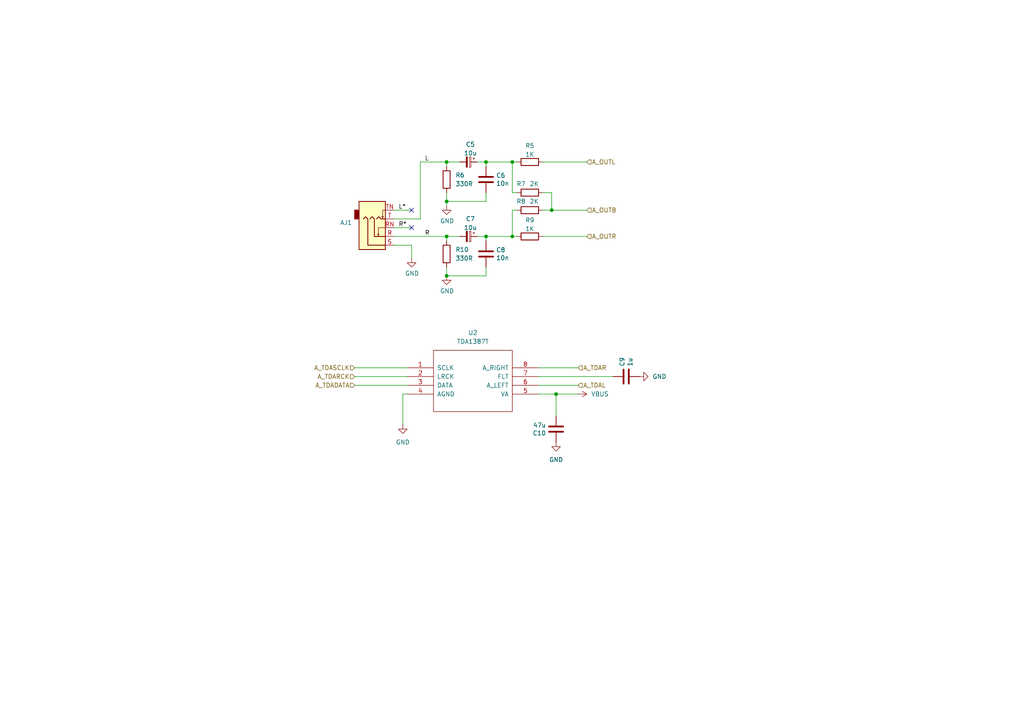
<source format=kicad_sch>
(kicad_sch (version 20231120) (generator "eeschema") (generator_version "8.0")
  (paper "A4")
  (title_block (title "FRANK M2U") (date "2025-02-06") (rev "1.00") (company "Mikhail Matveev") (comment 1 "https://github.com/xtremespb/frank"))
  (lib_symbols
    (symbol "Device:C" (pin_numbers hide) (pin_names (offset 0.254))
      (property "Reference" "C" (at 0.635 2.54 0))
      (property "Value" "C" (at 0.635 -2.54 0))
      (symbol "C_0_1"
        (polyline (pts (xy -2.032 -0.762) (xy 2.032 -0.762)) (stroke (width 0.508)))
        (polyline (pts (xy -2.032 0.762) (xy 2.032 0.762)) (stroke (width 0.508)))
      )
      (symbol "C_1_1"
        (pin passive line (at 0 3.81 270) (length 2.794) (name "~") (number "1"))
        (pin passive line (at 0 -3.81 90) (length 2.794) (name "~") (number "2"))
      )
    )
    (symbol "Device:C_Polarized_Small" (pin_numbers hide) (pin_names (offset 0.254) hide)
      (property "Reference" "C" (at 0.254 1.778 0))
      (property "Value" "C_Polarized_Small" (at 0.254 -2.032 0))
      (symbol "C_Polarized_Small_0_1"
        (rectangle (start -1.524 -0.3048) (end 1.524 -0.6858) (fill (type outline)))
        (rectangle (start -1.524 0.6858) (end 1.524 0.3048))
        (polyline (pts (xy -1.27 1.524) (xy -0.762 1.524)))
        (polyline (pts (xy -1.016 1.27) (xy -1.016 1.778)))
      )
      (symbol "C_Polarized_Small_1_1"
        (pin passive line (at 0 2.54 270) (length 1.8542) (name "~") (number "1"))
        (pin passive line (at 0 -2.54 90) (length 1.8542) (name "~") (number "2"))
      )
    )
    (symbol "Device:R" (pin_numbers hide) (pin_names (offset 0))
      (property "Reference" "R" (at 2.032 0 90))
      (property "Value" "R" (at 0 0 90))
      (symbol "R_0_1"
        (rectangle (start -1.016 -2.54) (end 1.016 2.54) (stroke (width 0.254)))
      )
      (symbol "R_1_1"
        (pin passive line (at 0 3.81 270) (length 1.27) (name "~") (number "1"))
        (pin passive line (at 0 -3.81 90) (length 1.27) (name "~") (number "2"))
      )
    )
    (symbol "FRANK:AudioJack_3.5mm"
      (property "Reference" "AJ2" (at -7.1119 -4.0097 0))
      (symbol "AudioJack_3.5mm_0_1"
        (rectangle (start -5.08 -5.08) (end -6.35 -7.62) (stroke (width 0.254)) (fill (type outline)))
        (polyline (pts (xy 0.508 -0.254) (xy 0.762 -0.762)))
        (polyline (pts (xy 1.778 -5.334) (xy 2.032 -5.842)))
        (polyline (pts (xy 0 -5.08) (xy 0.635 -5.715) (xy 1.27 -5.08) (xy 2.54 -5.08)) (stroke (width 0.254)))
        (polyline (pts (xy 2.54 -7.62) (xy 1.778 -7.62) (xy 1.778 -5.334) (xy 1.524 -5.842)))
        (polyline (pts (xy 2.54 -2.54) (xy 0.508 -2.54) (xy 0.508 -0.254) (xy 0.254 -0.762)))
        (polyline (pts (xy -1.905 -5.08) (xy -1.27 -5.715) (xy -0.635 -5.08) (xy -0.635 0) (xy 2.54 0)) (stroke (width 0.254)))
        (polyline (pts (xy 2.54 2.54) (xy -2.54 2.54) (xy -2.54 -5.08) (xy -3.175 -5.715) (xy -3.81 -5.08)) (stroke (width 0.254)))
        (rectangle (start 2.54 3.81) (end -5.08 -10.16) (stroke (width 0.254)) (fill (type background)))
      )
      (symbol "AudioJack_3.5mm_1_1"
        (pin passive line (at 5.08 0 180) (length 2.54) (name "~") (number "R"))
        (pin passive line (at 5.08 -2.54 180) (length 2.54) (name "~") (number "RN"))
        (pin passive line (at 5.08 2.54 180) (length 2.54) (name "~") (number "S"))
        (pin passive line (at 5.08 -5.08 180) (length 2.54) (name "~") (number "T"))
        (pin passive line (at 5.08 -7.62 180) (length 2.54) (name "~") (number "TN"))
      )
    )
    (symbol "FRANK:TDA1387T" (pin_names (offset 1.016))
      (property "Reference" "U4" (at 0 12.9075 0))
      (property "Value" "TDA1387T" (at 0 10.4832 0))
      (symbol "TDA1387T_1_0"
        (rectangle (start -11.43 -8.89) (end 11.43 8.89))
      )
      (symbol "TDA1387T_1_1"
        (pin input line (at -19.05 3.81 0) (length 7.62) (name "SCLK") (number "1"))
        (pin input line (at -19.05 1.27 0) (length 7.62) (name "LRCK") (number "2"))
        (pin input line (at -19.05 -1.27 0) (length 7.62) (name "DATA") (number "3"))
        (pin input line (at -19.05 -3.81 0) (length 7.62) (name "AGND") (number "4"))
        (pin input line (at 19.05 -3.81 180) (length 7.62) (name "VA") (number "5"))
        (pin input line (at 19.05 -1.27 180) (length 7.62) (name "A_LEFT") (number "6"))
        (pin input line (at 19.05 1.27 180) (length 7.62) (name "FLT") (number "7"))
        (pin input line (at 19.05 3.81 180) (length 7.62) (name "A_RIGHT") (number "8"))
      )
    )
    (symbol "GND_1" (power) (pin_numbers hide) (pin_names (offset 0) hide)
      (property "Value" "GND" (at 0 -3.81 0))
      (symbol "GND_1_0_1"
        (polyline (pts (xy 0 0) (xy 0 -1.27) (xy 1.27 -1.27) (xy 0 -2.54) (xy -1.27 -1.27) (xy 0 -1.27)))
      )
      (symbol "GND_1_1_1"
        (pin power_in line (at 0 0 270) (length 0) (name "~") (number "1"))
      )
    )
    (symbol "GND_2" (power) (pin_numbers hide) (pin_names (offset 0) hide)
      (property "Value" "GND" (at 0 -3.81 0))
      (symbol "GND_2_0_1"
        (polyline (pts (xy 0 0) (xy 0 -1.27) (xy 1.27 -1.27) (xy 0 -2.54) (xy -1.27 -1.27) (xy 0 -1.27)))
      )
      (symbol "GND_2_1_1"
        (pin power_in line (at 0 0 270) (length 0) (name "~") (number "1"))
      )
    )
    (symbol "GND_3" (power) (pin_numbers hide) (pin_names (offset 0) hide)
      (property "Value" "GND" (at 0 -3.81 0))
      (symbol "GND_3_0_1"
        (polyline (pts (xy 0 0) (xy 0 -1.27) (xy 1.27 -1.27) (xy 0 -2.54) (xy -1.27 -1.27) (xy 0 -1.27)))
      )
      (symbol "GND_3_1_1"
        (pin power_in line (at 0 0 270) (length 0) (name "~") (number "1"))
      )
    )
    (symbol "GND_6" (power) (pin_numbers hide) (pin_names (offset 0) hide)
      (property "Value" "GND" (at 0 -3.81 0))
      (symbol "GND_6_0_1"
        (polyline (pts (xy 0 0) (xy 0 -1.27) (xy 1.27 -1.27) (xy 0 -2.54) (xy -1.27 -1.27) (xy 0 -1.27)))
      )
      (symbol "GND_6_1_1"
        (pin power_in line (at 0 0 270) (length 0) (name "~") (number "1"))
      )
    )
    (symbol "power:GND" (power) (pin_numbers hide) (pin_names (offset 0) hide)
      (property "Value" "GND" (at 0 -3.81 0))
      (symbol "GND_0_1"
        (polyline (pts (xy 0 0) (xy 0 -1.27) (xy 1.27 -1.27) (xy 0 -2.54) (xy -1.27 -1.27) (xy 0 -1.27)))
      )
      (symbol "GND_1_1"
        (pin power_in line (at 0 0 270) (length 0) (name "~") (number "1"))
      )
    )
    (symbol "power:VBUS" (power) (pin_numbers hide) (pin_names (offset 0) hide)
      (property "Value" "VBUS" (at 0 3.556 0))
      (symbol "VBUS_0_1"
        (polyline (pts (xy -0.762 1.27) (xy 0 2.54)))
        (polyline (pts (xy 0 0) (xy 0 2.54)))
        (polyline (pts (xy 0 2.54) (xy 0.762 1.27)))
      )
      (symbol "VBUS_1_1"
        (pin power_in line (at 0 0 90) (length 0) (name "~") (number "1"))
      )
    )
  )
  (junction (at 129.54 46.99))
  (junction (at 148.59 68.58))
  (junction (at 129.54 58.42))
  (junction (at 160.02 60.96))
  (junction (at 129.54 80.01))
  (junction (at 140.97 68.58))
  (junction (at 129.54 68.58))
  (junction (at 161.29 114.3))
  (junction (at 148.59 46.99))
  (junction (at 140.97 46.99))
  (no_connect (at 119.38 60.96))
  (no_connect (at 119.38 66.04))
  (wire (pts (xy 140.97 68.58) (xy 148.59 68.58)))
  (wire (pts (xy 140.97 68.58) (xy 138.43 68.58)))
  (wire (pts (xy 140.97 46.99) (xy 148.59 46.99)))
  (wire (pts (xy 121.92 46.99) (xy 129.54 46.99)))
  (wire (pts (xy 102.87 106.68) (xy 118.11 106.68)))
  (wire (pts (xy 149.86 60.96) (xy 148.59 60.96)))
  (wire (pts (xy 140.97 80.01) (xy 129.54 80.01)))
  (wire (pts (xy 114.3 71.12) (xy 119.38 71.12)))
  (wire (pts (xy 129.54 55.88) (xy 129.54 58.42)))
  (wire (pts (xy 148.59 68.58) (xy 149.86 68.58)))
  (wire (pts (xy 140.97 58.42) (xy 129.54 58.42)))
  (wire (pts (xy 140.97 46.99) (xy 138.43 46.99)))
  (wire (pts (xy 114.3 63.5) (xy 121.92 63.5)))
  (wire (pts (xy 156.21 111.76) (xy 167.64 111.76)))
  (wire (pts (xy 114.3 68.58) (xy 129.54 68.58)))
  (wire (pts (xy 102.87 111.76) (xy 118.11 111.76)))
  (wire (pts (xy 148.59 46.99) (xy 149.86 46.99)))
  (wire (pts (xy 133.35 68.58) (xy 129.54 68.58)))
  (wire (pts (xy 160.02 60.96) (xy 157.48 60.96)))
  (wire (pts (xy 140.97 48.26) (xy 140.97 46.99)))
  (wire (pts (xy 140.97 55.88) (xy 140.97 58.42)))
  (wire (pts (xy 161.29 114.3) (xy 167.64 114.3)))
  (wire (pts (xy 149.86 55.88) (xy 148.59 55.88)))
  (wire (pts (xy 156.21 114.3) (xy 161.29 114.3)))
  (wire (pts (xy 129.54 46.99) (xy 129.54 48.26)))
  (wire (pts (xy 129.54 58.42) (xy 129.54 59.69)))
  (wire (pts (xy 156.21 106.68) (xy 167.64 106.68)))
  (wire (pts (xy 157.48 46.99) (xy 170.18 46.99)))
  (wire (pts (xy 129.54 68.58) (xy 129.54 69.85)))
  (wire (pts (xy 157.48 55.88) (xy 160.02 55.88)))
  (wire (pts (xy 161.29 114.3) (xy 161.29 120.65)))
  (wire (pts (xy 157.48 68.58) (xy 170.18 68.58)))
  (wire (pts (xy 156.21 109.22) (xy 177.8 109.22)))
  (wire (pts (xy 121.92 46.99) (xy 121.92 63.5)))
  (wire (pts (xy 129.54 77.47) (xy 129.54 80.01)))
  (wire (pts (xy 160.02 60.96) (xy 170.18 60.96)))
  (wire (pts (xy 160.02 55.88) (xy 160.02 60.96)))
  (wire (pts (xy 140.97 77.47) (xy 140.97 80.01)))
  (wire (pts (xy 119.38 71.12) (xy 119.38 74.93)))
  (wire (pts (xy 133.35 46.99) (xy 129.54 46.99)))
  (wire (pts (xy 114.3 66.04) (xy 119.38 66.04)))
  (wire (pts (xy 140.97 69.85) (xy 140.97 68.58)))
  (wire (pts (xy 118.11 114.3) (xy 116.84 114.3)))
  (wire (pts (xy 114.3 60.96) (xy 119.38 60.96)))
  (wire (pts (xy 102.87 109.22) (xy 118.11 109.22)))
  (wire (pts (xy 148.59 60.96) (xy 148.59 68.58)))
  (wire (pts (xy 116.84 114.3) (xy 116.84 123.19)))
  (wire (pts (xy 148.59 46.99) (xy 148.59 55.88)))
  (label "L" (at 123.19 46.99 0))
  (label "R" (at 123.19 68.58 0))
  (label "L*" (at 115.57 60.96 0))
  (label "R*" (at 115.57 66.04 0))
  (hierarchical_label "A_OUTL" (shape input) (at 170.18 46.99 0))
  (hierarchical_label "A_OUTB" (shape input) (at 170.18 60.96 0))
  (hierarchical_label "A_TDAL" (shape input) (at 167.64 111.76 0))
  (hierarchical_label "A_TDASCLK" (shape input) (at 102.87 106.68 180))
  (hierarchical_label "A_TDAR" (shape input) (at 167.64 106.68 0))
  (hierarchical_label "A_TDARCK" (shape input) (at 102.87 109.22 180))
  (hierarchical_label "A_OUTR" (shape input) (at 170.18 68.58 0))
  (hierarchical_label "A_TDADATA" (shape input) (at 102.87 111.76 180))
  (symbol (lib_id "power:GND") (at 116.84 123.19 0) (unit 1)
    (property "Reference" "#PWR028" (effects (hide yes)))
    (property "Value" "GND" (at 116.84 128.27 0))
    (property "Description" "Power symbol creates a global label with name \"GND\" , ground" (effects (hide yes)))
  )
  (symbol (lib_id "Device:R") (at 153.67 55.88 90) (unit 1)
    (property "Reference" "R7" (at 151.13 53.34 90))
    (property "Value" "2K" (at 154.94 53.34 90))
    (property "Footprint" "FRANK:Resistor (0805)" (effects (hide yes)))
    (property "Datasheet" "https://www.vishay.com/docs/28952/mcs0402at-mct0603at-mcu0805at-mca1206at.pdf" (effects (hide yes)))
    (property "AliExpress" "https://www.aliexpress.com/item/1005005945735199.html" (effects (hide yes)))
  )
  (symbol (lib_id "Device:C") (at 181.61 109.22 90) (unit 1)
    (property "Reference" "C9" (at 180.4416 106.299 0) (effects (justify left)))
    (property "Value" "1u" (at 182.753 106.299 0) (effects (justify left)))
    (property "Footprint" "FRANK:Capacitor (0805)" (effects (hide yes)))
    (property "Datasheet" "https://eu.mouser.com/datasheet/2/40/KGM_X7R-3223212.pdf" (effects (hide yes)))
    (property "AliExpress" "https://www.aliexpress.com/item/33008008276.html" (effects (hide yes)))
  )
  (symbol (lib_id "Device:C_Polarized_Small") (at 135.89 68.58 270) (unit 1)
    (property "Reference" "C7" (at 136.4361 63.4832 90))
    (property "Value" "10u" (at 136.4361 66.0201 90))
    (property "Footprint" "FRANK:Capacitor (3528, tantalum, polar)" (effects (hide yes)))
    (property "Datasheet" "https://eu.mouser.com/datasheet/2/447/KEM_T2005_T491-3316937.pdf" (effects (hide yes)))
    (property "AliExpress" "https://www.aliexpress.com/item/1005006870280809.html" (effects (hide yes)))
  )
  (symbol (lib_id "Device:R") (at 153.67 68.58 90) (unit 1)
    (property "Reference" "R9" (at 153.67 63.8642 90))
    (property "Value" "1K" (at 153.67 66.4011 90))
    (property "Footprint" "FRANK:Resistor (0805)" (effects (hide yes)))
    (property "Datasheet" "https://www.vishay.com/docs/28952/mcs0402at-mct0603at-mcu0805at-mca1206at.pdf" (effects (hide yes)))
    (property "AliExpress" "https://www.aliexpress.com/item/1005005945735199.html" (effects (hide yes)))
  )
  (symbol (lib_id "Device:R") (at 129.54 73.66 0) (unit 1)
    (property "Reference" "R10" (at 132.08 72.3899 0) (effects (justify left)))
    (property "Value" "330R" (at 132.08 74.9299 0) (effects (justify left)))
    (property "Footprint" "FRANK:Resistor (0805)" (effects (hide yes)))
    (property "Datasheet" "https://www.vishay.com/docs/28952/mcs0402at-mct0603at-mcu0805at-mca1206at.pdf" (effects (hide yes)))
    (property "AliExpress" "https://www.aliexpress.com/item/1005005945735199.html" (effects (hide yes)))
  )
  (symbol (lib_id "Device:R") (at 153.67 60.96 90) (unit 1)
    (property "Reference" "R8" (at 151.13 58.42 90))
    (property "Value" "2K" (at 154.94 58.42 90))
    (property "Footprint" "FRANK:Resistor (0805)" (effects (hide yes)))
    (property "Datasheet" "https://www.vishay.com/docs/28952/mcs0402at-mct0603at-mcu0805at-mca1206at.pdf" (effects (hide yes)))
    (property "AliExpress" "https://www.aliexpress.com/item/1005005945735199.html" (effects (hide yes)))
  )
  (symbol (lib_name "GND_3") (lib_id "power:GND") (at 129.54 59.69 0) (unit 1)
    (property "Reference" "#PWR023" (effects (hide yes)))
    (property "Value" "GND" (at 129.667 64.0842 0))
    (property "Description" "Power symbol creates a global label with name \"GND\" , ground" (effects (hide yes)))
  )
  (symbol (lib_id "Device:R") (at 153.67 46.99 90) (unit 1)
    (property "Reference" "R5" (at 153.67 42.2742 90))
    (property "Value" "1K" (at 153.67 44.8111 90))
    (property "Footprint" "FRANK:Resistor (0805)" (effects (hide yes)))
    (property "Datasheet" "https://www.vishay.com/docs/28952/mcs0402at-mct0603at-mcu0805at-mca1206at.pdf" (effects (hide yes)))
    (property "AliExpress" "https://www.aliexpress.com/item/1005005945735199.html" (effects (hide yes)))
  )
  (symbol (lib_id "FRANK:TDA1387T") (at 137.16 110.49 0) (unit 1)
    (property "Reference" "U2" (at 137.16 96.52 0))
    (property "Value" "TDA1387T" (at 137.16 99.06 0))
    (property "Footprint" "FRANK:SO-8" (effects (hide yes)))
    (property "Datasheet" "https://github.com/xtremespb/frank/raw/refs/heads/minifrank_rev2/DOCS/TDA1387T.pdf" (effects (hide yes)))
    (property "AliExpress" "https://www.aliexpress.com/item/32995595000.html" (effects (hide yes)))
  )
  (symbol (lib_name "GND_6") (lib_id "power:GND") (at 185.42 109.22 90) (unit 1)
    (property "Reference" "#PWR026" (effects (hide yes)))
    (property "Value" "GND" (at 189.23 109.2199 90) (effects (justify right)))
    (property "Description" "Power symbol creates a global label with name \"GND\" , ground" (effects (hide yes)))
  )
  (symbol (lib_id "FRANK:AudioJack_3.5mm") (at 109.22 68.58 0) (mirror x) (unit 1)
    (property "Reference" "AJ1" (at 102.1081 64.5703 0) (effects (justify right)))
    (property "Value" "SJ1-353XNG" (effects (hide yes)))
    (property "Footprint" "FRANK:Jack (3.5mm)" (effects (hide yes)))
    (property "Datasheet" "https://eu.mouser.com/datasheet/2/1628/sj1_353xng-3511142.pdf" (effects (hide yes)))
    (property "AliExpress" "https://www.aliexpress.com/item/1005006710837751.html" (effects (hide yes)))
  )
  (symbol (lib_id "power:VBUS") (at 167.64 114.3 270) (unit 1)
    (property "Reference" "#PWR027" (effects (hide yes)))
    (property "Value" "VBUS" (at 171.45 114.2999 90) (effects (justify left)))
    (property "Description" "Power symbol creates a global label with name \"VBUS\"" (effects (hide yes)))
  )
  (symbol (lib_name "GND_6") (lib_id "power:GND") (at 161.29 128.27 0) (unit 1)
    (property "Reference" "#PWR029" (effects (hide yes)))
    (property "Value" "GND" (at 161.29 133.35 0))
    (property "Description" "Power symbol creates a global label with name \"GND\" , ground" (effects (hide yes)))
  )
  (symbol (lib_id "Device:C") (at 140.97 73.66 0) (unit 1)
    (property "Reference" "C8" (at 143.891 72.4916 0) (effects (justify left)))
    (property "Value" "10n" (at 143.891 74.803 0) (effects (justify left)))
    (property "Footprint" "FRANK:Capacitor (0805)" (effects (hide yes)))
    (property "Datasheet" "https://eu.mouser.com/datasheet/2/40/KGM_X7R-3223212.pdf" (effects (hide yes)))
    (property "AliExpress" "https://www.aliexpress.com/item/33008008276.html" (effects (hide yes)))
  )
  (symbol (lib_id "Device:C") (at 140.97 52.07 0) (unit 1)
    (property "Reference" "C6" (at 143.891 50.9016 0) (effects (justify left)))
    (property "Value" "10n" (at 143.891 53.213 0) (effects (justify left)))
    (property "Footprint" "FRANK:Capacitor (0805)" (effects (hide yes)))
    (property "Datasheet" "https://eu.mouser.com/datasheet/2/40/KGM_X7R-3223212.pdf" (effects (hide yes)))
    (property "AliExpress" "https://www.aliexpress.com/item/33008008276.html" (effects (hide yes)))
  )
  (symbol (lib_id "Device:C_Polarized_Small") (at 135.89 46.99 270) (unit 1)
    (property "Reference" "C5" (at 136.4361 41.8932 90))
    (property "Value" "10u" (at 136.4361 44.4301 90))
    (property "Footprint" "FRANK:Capacitor (3528, tantalum, polar)" (effects (hide yes)))
    (property "Datasheet" "https://eu.mouser.com/datasheet/2/447/KEM_T2005_T491-3316937.pdf" (effects (hide yes)))
    (property "AliExpress" "https://www.aliexpress.com/item/1005006870280809.html" (effects (hide yes)))
  )
  (symbol (lib_name "GND_2") (lib_id "power:GND") (at 129.54 80.01 0) (unit 1)
    (property "Reference" "#PWR025" (effects (hide yes)))
    (property "Value" "GND" (at 129.667 84.4042 0))
    (property "Description" "Power symbol creates a global label with name \"GND\" , ground" (effects (hide yes)))
  )
  (symbol (lib_id "Device:R") (at 129.54 52.07 0) (unit 1)
    (property "Reference" "R6" (at 132.08 50.7999 0) (effects (justify left)))
    (property "Value" "330R" (at 132.08 53.3399 0) (effects (justify left)))
    (property "Footprint" "FRANK:Resistor (0805)" (effects (hide yes)))
    (property "Datasheet" "https://www.vishay.com/docs/28952/mcs0402at-mct0603at-mcu0805at-mca1206at.pdf" (effects (hide yes)))
    (property "AliExpress" "https://www.aliexpress.com/item/1005005945735199.html" (effects (hide yes)))
  )
  (symbol (lib_name "GND_1") (lib_id "power:GND") (at 119.38 74.93 0) (unit 1)
    (property "Reference" "#PWR024" (effects (hide yes)))
    (property "Value" "GND" (at 119.507 79.3242 0))
    (property "Description" "Power symbol creates a global label with name \"GND\" , ground" (effects (hide yes)))
  )
  (symbol (lib_id "Device:C") (at 161.29 124.46 180) (unit 1)
    (property "Reference" "C10" (at 158.369 125.6284 0) (effects (justify left)))
    (property "Value" "47u" (at 158.369 123.317 0) (effects (justify left)))
    (property "Footprint" "FRANK:Capacitor (0805)" (effects (hide yes)))
    (property "Datasheet" "https://eu.mouser.com/datasheet/2/40/KGM_X7R-3223212.pdf" (effects (hide yes)))
    (property "AliExpress" "https://www.aliexpress.com/item/33008008276.html" (effects (hide yes)))
  )
)
</source>
